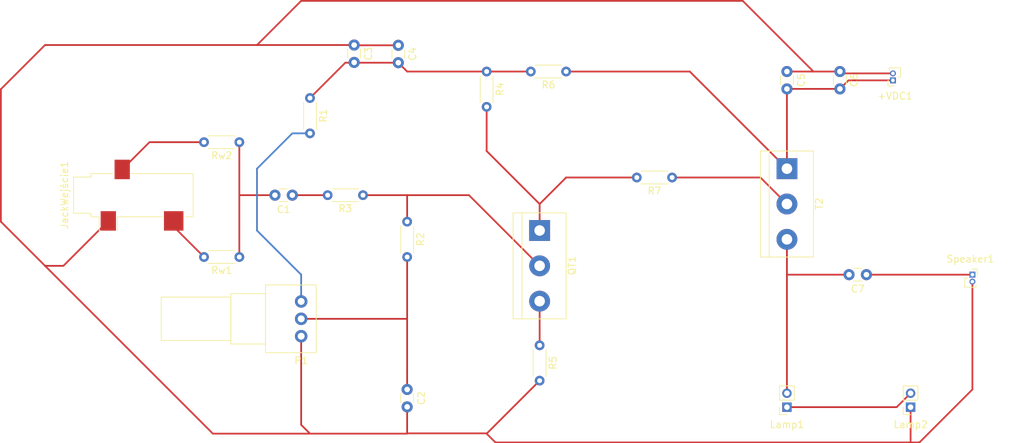
<source format=kicad_pcb>
(kicad_pcb (version 20171130) (host pcbnew "(5.1.12)-1")

  (general
    (thickness 1.6)
    (drawings 0)
    (tracks 82)
    (zones 0)
    (modules 24)
    (nets 17)
  )

  (page A4)
  (layers
    (0 F.Cu signal)
    (31 B.Cu signal)
    (32 B.Adhes user)
    (33 F.Adhes user)
    (34 B.Paste user)
    (35 F.Paste user)
    (36 B.SilkS user)
    (37 F.SilkS user)
    (38 B.Mask user)
    (39 F.Mask user)
    (40 Dwgs.User user)
    (41 Cmts.User user)
    (42 Eco1.User user)
    (43 Eco2.User user)
    (44 Edge.Cuts user)
    (45 Margin user)
    (46 B.CrtYd user)
    (47 F.CrtYd user)
    (48 B.Fab user)
    (49 F.Fab user)
  )

  (setup
    (last_trace_width 0.25)
    (trace_clearance 0.2)
    (zone_clearance 0.508)
    (zone_45_only no)
    (trace_min 0.2)
    (via_size 0.8)
    (via_drill 0.4)
    (via_min_size 0.4)
    (via_min_drill 0.3)
    (uvia_size 0.3)
    (uvia_drill 0.1)
    (uvias_allowed no)
    (uvia_min_size 0.2)
    (uvia_min_drill 0.1)
    (edge_width 0.05)
    (segment_width 0.2)
    (pcb_text_width 0.3)
    (pcb_text_size 1.5 1.5)
    (mod_edge_width 0.12)
    (mod_text_size 1 1)
    (mod_text_width 0.15)
    (pad_size 1.524 1.524)
    (pad_drill 0.762)
    (pad_to_mask_clearance 0)
    (aux_axis_origin 0 0)
    (visible_elements 7FFFFFFF)
    (pcbplotparams
      (layerselection 0x010fc_ffffffff)
      (usegerberextensions false)
      (usegerberattributes true)
      (usegerberadvancedattributes true)
      (creategerberjobfile true)
      (excludeedgelayer true)
      (linewidth 0.100000)
      (plotframeref false)
      (viasonmask false)
      (mode 1)
      (useauxorigin false)
      (hpglpennumber 1)
      (hpglpenspeed 20)
      (hpglpendiameter 15.000000)
      (psnegative false)
      (psa4output false)
      (plotreference true)
      (plotvalue true)
      (plotinvisibletext false)
      (padsonsilk false)
      (subtractmaskfromsilk false)
      (outputformat 1)
      (mirror false)
      (drillshape 1)
      (scaleselection 1)
      (outputdirectory ""))
  )

  (net 0 "")
  (net 1 "Net-(C1-Pad2)")
  (net 2 "Net-(C1-Pad1)")
  (net 3 GND)
  (net 4 "Net-(C2-Pad1)")
  (net 5 "Net-(C3-Pad2)")
  (net 6 "Net-(C7-Pad2)")
  (net 7 "Net-(C7-Pad1)")
  (net 8 "Net-(JackWejście1-PadT)")
  (net 9 "Net-(JackWejście1-PadR)")
  (net 10 "Net-(Lamp1-Pad1)")
  (net 11 "Net-(P1-Pad1)")
  (net 12 "Net-(QT1-Pad1)")
  (net 13 "Net-(QT1-Pad2)")
  (net 14 "Net-(QT1-Pad3)")
  (net 15 "Net-(R7-Pad1)")
  (net 16 "Net-(+VDC1-Pad1)")

  (net_class Default "This is the default net class."
    (clearance 0.2)
    (trace_width 0.25)
    (via_dia 0.8)
    (via_drill 0.4)
    (uvia_dia 0.3)
    (uvia_drill 0.1)
    (add_net GND)
    (add_net "Net-(+VDC1-Pad1)")
    (add_net "Net-(C1-Pad1)")
    (add_net "Net-(C1-Pad2)")
    (add_net "Net-(C2-Pad1)")
    (add_net "Net-(C3-Pad2)")
    (add_net "Net-(C7-Pad1)")
    (add_net "Net-(C7-Pad2)")
    (add_net "Net-(JackWejście1-PadR)")
    (add_net "Net-(JackWejście1-PadT)")
    (add_net "Net-(Lamp1-Pad1)")
    (add_net "Net-(P1-Pad1)")
    (add_net "Net-(QT1-Pad1)")
    (add_net "Net-(QT1-Pad2)")
    (add_net "Net-(QT1-Pad3)")
    (add_net "Net-(R7-Pad1)")
  )

  (module Potentiometer_THT:Potentiometer_Alps_RK097_Single_Horizontal (layer F.Cu) (tedit 5A3D4993) (tstamp 61AD340A)
    (at 82.55 100.37 180)
    (descr "Potentiometer, horizontal, Alps RK097 Single, http://www.alps.com/prod/info/E/HTML/Potentiometer/RotaryPotentiometers/RK097/RK097_list.html")
    (tags "Potentiometer horizontal Alps RK097 Single")
    (path /61AD0C97)
    (fp_text reference P1 (at 0 -8.5) (layer F.SilkS)
      (effects (font (size 1 1) (thickness 0.15)))
    )
    (fp_text value 1K (at 0 3.5) (layer F.Fab)
      (effects (font (size 1 1) (thickness 0.15)))
    )
    (fp_text user %R (at 1.475 -2.5) (layer F.Fab)
      (effects (font (size 1 1) (thickness 0.15)))
    )
    (fp_line (start -2.05 -7.25) (end -2.05 2.25) (layer F.Fab) (width 0.1))
    (fp_line (start -2.05 2.25) (end 5 2.25) (layer F.Fab) (width 0.1))
    (fp_line (start 5 2.25) (end 5 -7.25) (layer F.Fab) (width 0.1))
    (fp_line (start 5 -7.25) (end -2.05 -7.25) (layer F.Fab) (width 0.1))
    (fp_line (start 5 -6) (end 5 1) (layer F.Fab) (width 0.1))
    (fp_line (start 5 1) (end 10 1) (layer F.Fab) (width 0.1))
    (fp_line (start 10 1) (end 10 -6) (layer F.Fab) (width 0.1))
    (fp_line (start 10 -6) (end 5 -6) (layer F.Fab) (width 0.1))
    (fp_line (start 10 -5.5) (end 10 0.5) (layer F.Fab) (width 0.1))
    (fp_line (start 10 0.5) (end 20 0.5) (layer F.Fab) (width 0.1))
    (fp_line (start 20 0.5) (end 20 -5.5) (layer F.Fab) (width 0.1))
    (fp_line (start 20 -5.5) (end 10 -5.5) (layer F.Fab) (width 0.1))
    (fp_line (start -2.17 -7.37) (end 5.12 -7.37) (layer F.SilkS) (width 0.12))
    (fp_line (start -2.17 2.37) (end 5.12 2.37) (layer F.SilkS) (width 0.12))
    (fp_line (start -2.17 -7.37) (end -2.17 2.37) (layer F.SilkS) (width 0.12))
    (fp_line (start 5.12 -7.37) (end 5.12 2.37) (layer F.SilkS) (width 0.12))
    (fp_line (start 5.12 -6.12) (end 10.12 -6.12) (layer F.SilkS) (width 0.12))
    (fp_line (start 5.12 1.12) (end 10.12 1.12) (layer F.SilkS) (width 0.12))
    (fp_line (start 5.12 -6.12) (end 5.12 1.12) (layer F.SilkS) (width 0.12))
    (fp_line (start 10.12 -6.12) (end 10.12 1.12) (layer F.SilkS) (width 0.12))
    (fp_line (start 10.12 -5.62) (end 20.12 -5.62) (layer F.SilkS) (width 0.12))
    (fp_line (start 10.12 0.62) (end 20.12 0.62) (layer F.SilkS) (width 0.12))
    (fp_line (start 10.12 -5.62) (end 10.12 0.62) (layer F.SilkS) (width 0.12))
    (fp_line (start 20.12 -5.62) (end 20.12 0.62) (layer F.SilkS) (width 0.12))
    (fp_line (start -2.3 -7.5) (end -2.3 2.5) (layer F.CrtYd) (width 0.05))
    (fp_line (start -2.3 2.5) (end 20.25 2.5) (layer F.CrtYd) (width 0.05))
    (fp_line (start 20.25 2.5) (end 20.25 -7.5) (layer F.CrtYd) (width 0.05))
    (fp_line (start 20.25 -7.5) (end -2.3 -7.5) (layer F.CrtYd) (width 0.05))
    (pad 1 thru_hole circle (at 0 0 180) (size 1.8 1.8) (drill 1) (layers *.Cu *.Mask)
      (net 11 "Net-(P1-Pad1)"))
    (pad 2 thru_hole circle (at 0 -2.5 180) (size 1.8 1.8) (drill 1) (layers *.Cu *.Mask)
      (net 4 "Net-(C2-Pad1)"))
    (pad 3 thru_hole circle (at 0 -5 180) (size 1.8 1.8) (drill 1) (layers *.Cu *.Mask)
      (net 3 GND))
    (model ${KISYS3DMOD}/Potentiometer_THT.3dshapes/Potentiometer_Alps_RK097_Single_Horizontal.wrl
      (at (xyz 0 0 0))
      (scale (xyz 1 1 1))
      (rotate (xyz 0 0 0))
    )
  )

  (module Connector_PinSocket_2.00mm:PinSocket_1x02_P2.00mm_Vertical (layer F.Cu) (tedit 5A19A42F) (tstamp 61AD33E4)
    (at 170.18 115.57 180)
    (descr "Through hole straight socket strip, 1x02, 2.00mm pitch, single row (from Kicad 4.0.7), script generated")
    (tags "Through hole socket strip THT 1x02 2.00mm single row")
    (path /61AF5EA6)
    (fp_text reference Lamp2 (at 0 -2.5) (layer F.SilkS)
      (effects (font (size 1 1) (thickness 0.15)))
    )
    (fp_text value "12V 21W" (at 0 4.5) (layer F.Fab)
      (effects (font (size 1 1) (thickness 0.15)))
    )
    (fp_line (start -1.5 3.5) (end -1.5 -1.5) (layer F.CrtYd) (width 0.05))
    (fp_line (start 1.5 3.5) (end -1.5 3.5) (layer F.CrtYd) (width 0.05))
    (fp_line (start 1.5 -1.5) (end 1.5 3.5) (layer F.CrtYd) (width 0.05))
    (fp_line (start -1.5 -1.5) (end 1.5 -1.5) (layer F.CrtYd) (width 0.05))
    (fp_line (start 0 -1.06) (end 1.06 -1.06) (layer F.SilkS) (width 0.12))
    (fp_line (start 1.06 -1.06) (end 1.06 0) (layer F.SilkS) (width 0.12))
    (fp_line (start 1.06 1) (end 1.06 3.06) (layer F.SilkS) (width 0.12))
    (fp_line (start -1.06 3.06) (end 1.06 3.06) (layer F.SilkS) (width 0.12))
    (fp_line (start -1.06 1) (end -1.06 3.06) (layer F.SilkS) (width 0.12))
    (fp_line (start -1.06 1) (end 1.06 1) (layer F.SilkS) (width 0.12))
    (fp_line (start -1 3) (end -1 -1) (layer F.Fab) (width 0.1))
    (fp_line (start 1 3) (end -1 3) (layer F.Fab) (width 0.1))
    (fp_line (start 1 -0.5) (end 1 3) (layer F.Fab) (width 0.1))
    (fp_line (start 0.5 -1) (end 1 -0.5) (layer F.Fab) (width 0.1))
    (fp_line (start -1 -1) (end 0.5 -1) (layer F.Fab) (width 0.1))
    (fp_text user %R (at 0 1 90) (layer F.Fab)
      (effects (font (size 1 1) (thickness 0.15)))
    )
    (pad 2 thru_hole oval (at 0 2 180) (size 1.35 1.35) (drill 0.8) (layers *.Cu *.Mask)
      (net 10 "Net-(Lamp1-Pad1)"))
    (pad 1 thru_hole rect (at 0 0 180) (size 1.35 1.35) (drill 0.8) (layers *.Cu *.Mask)
      (net 3 GND))
    (model ${KISYS3DMOD}/Connector_PinSocket_2.00mm.3dshapes/PinSocket_1x02_P2.00mm_Vertical.wrl
      (at (xyz 0 0 0))
      (scale (xyz 1 1 1))
      (rotate (xyz 0 0 0))
    )
  )

  (module Resistor_THT:R_Axial_DIN0204_L3.6mm_D1.6mm_P5.08mm_Horizontal (layer F.Cu) (tedit 5AE5139B) (tstamp 61AD3441)
    (at 83.82 71.12 270)
    (descr "Resistor, Axial_DIN0204 series, Axial, Horizontal, pin pitch=5.08mm, 0.167W, length*diameter=3.6*1.6mm^2, http://cdn-reichelt.de/documents/datenblatt/B400/1_4W%23YAG.pdf")
    (tags "Resistor Axial_DIN0204 series Axial Horizontal pin pitch 5.08mm 0.167W length 3.6mm diameter 1.6mm")
    (path /61AD043A)
    (fp_text reference R1 (at 2.54 -1.92 90) (layer F.SilkS)
      (effects (font (size 1 1) (thickness 0.15)))
    )
    (fp_text value 2.2K (at 2.54 1.92 90) (layer F.Fab)
      (effects (font (size 1 1) (thickness 0.15)))
    )
    (fp_line (start 6.03 -1.05) (end -0.95 -1.05) (layer F.CrtYd) (width 0.05))
    (fp_line (start 6.03 1.05) (end 6.03 -1.05) (layer F.CrtYd) (width 0.05))
    (fp_line (start -0.95 1.05) (end 6.03 1.05) (layer F.CrtYd) (width 0.05))
    (fp_line (start -0.95 -1.05) (end -0.95 1.05) (layer F.CrtYd) (width 0.05))
    (fp_line (start 0.62 0.92) (end 4.46 0.92) (layer F.SilkS) (width 0.12))
    (fp_line (start 0.62 -0.92) (end 4.46 -0.92) (layer F.SilkS) (width 0.12))
    (fp_line (start 5.08 0) (end 4.34 0) (layer F.Fab) (width 0.1))
    (fp_line (start 0 0) (end 0.74 0) (layer F.Fab) (width 0.1))
    (fp_line (start 4.34 -0.8) (end 0.74 -0.8) (layer F.Fab) (width 0.1))
    (fp_line (start 4.34 0.8) (end 4.34 -0.8) (layer F.Fab) (width 0.1))
    (fp_line (start 0.74 0.8) (end 4.34 0.8) (layer F.Fab) (width 0.1))
    (fp_line (start 0.74 -0.8) (end 0.74 0.8) (layer F.Fab) (width 0.1))
    (fp_text user %R (at 2.54 0 90) (layer F.Fab)
      (effects (font (size 0.72 0.72) (thickness 0.108)))
    )
    (pad 2 thru_hole oval (at 5.08 0 270) (size 1.4 1.4) (drill 0.7) (layers *.Cu *.Mask)
      (net 11 "Net-(P1-Pad1)"))
    (pad 1 thru_hole circle (at 0 0 270) (size 1.4 1.4) (drill 0.7) (layers *.Cu *.Mask)
      (net 5 "Net-(C3-Pad2)"))
    (model ${KISYS3DMOD}/Resistor_THT.3dshapes/R_Axial_DIN0204_L3.6mm_D1.6mm_P5.08mm_Horizontal.wrl
      (at (xyz 0 0 0))
      (scale (xyz 1 1 1))
      (rotate (xyz 0 0 0))
    )
  )

  (module Connector_PinSocket_1.00mm:PinSocket_1x02_P1.00mm_Vertical (layer F.Cu) (tedit 5A19A428) (tstamp 61AD3528)
    (at 167.64 68.58 180)
    (descr "Through hole straight socket strip, 1x02, 1.00mm pitch, single row (https://gct.co/files/drawings/bc065.pdf), script generated")
    (tags "Through hole socket strip THT 1x02 1.00mm single row")
    (path /61AF3184)
    (fp_text reference +VDC1 (at -0.29 -2.25) (layer F.SilkS)
      (effects (font (size 1 1) (thickness 0.15)))
    )
    (fp_text value Conn_01x02_Female (at -0.29 3.25) (layer F.Fab)
      (effects (font (size 1 1) (thickness 0.15)))
    )
    (fp_line (start -1.54 2.25) (end -1.54 -1.25) (layer F.CrtYd) (width 0.05))
    (fp_line (start 0.96 2.25) (end -1.54 2.25) (layer F.CrtYd) (width 0.05))
    (fp_line (start 0.96 -1.25) (end 0.96 2.25) (layer F.CrtYd) (width 0.05))
    (fp_line (start -1.54 -1.25) (end 0.96 -1.25) (layer F.CrtYd) (width 0.05))
    (fp_line (start 0 -0.81) (end 0.685 -0.81) (layer F.SilkS) (width 0.12))
    (fp_line (start 0.685 -0.81) (end 0.685 0) (layer F.SilkS) (width 0.12))
    (fp_line (start 0.52 1.445898) (end 0.52 1.81) (layer F.SilkS) (width 0.12))
    (fp_line (start -1.1 1.81) (end 0.52 1.81) (layer F.SilkS) (width 0.12))
    (fp_line (start -1.1 0.5) (end -1.1 1.81) (layer F.SilkS) (width 0.12))
    (fp_line (start -1.1 0.5) (end -0.685 0.5) (layer F.SilkS) (width 0.12))
    (fp_line (start -1.04 1.75) (end -1.04 -0.75) (layer F.Fab) (width 0.1))
    (fp_line (start 0.46 1.75) (end -1.04 1.75) (layer F.Fab) (width 0.1))
    (fp_line (start 0.46 -0.375) (end 0.46 1.75) (layer F.Fab) (width 0.1))
    (fp_line (start 0.085 -0.75) (end 0.46 -0.375) (layer F.Fab) (width 0.1))
    (fp_line (start -1.04 -0.75) (end 0.085 -0.75) (layer F.Fab) (width 0.1))
    (fp_text user %R (at -0.29 0.5 90) (layer F.Fab)
      (effects (font (size 0.9 0.9) (thickness 0.14)))
    )
    (pad 2 thru_hole oval (at 0 1 180) (size 0.85 0.85) (drill 0.5) (layers *.Cu *.Mask)
      (net 3 GND))
    (pad 1 thru_hole rect (at 0 0 180) (size 0.85 0.85) (drill 0.5) (layers *.Cu *.Mask)
      (net 16 "Net-(+VDC1-Pad1)"))
    (model ${KISYS3DMOD}/Connector_PinSocket_1.00mm.3dshapes/PinSocket_1x02_P1.00mm_Vertical.wrl
      (at (xyz 0 0 0))
      (scale (xyz 1 1 1))
      (rotate (xyz 0 0 0))
    )
  )

  (module TerminalBlock:TerminalBlock_bornier-3_P5.08mm (layer F.Cu) (tedit 59FF03B9) (tstamp 61AD3512)
    (at 152.4 81.28 270)
    (descr "simple 3-pin terminal block, pitch 5.08mm, revamped version of bornier3")
    (tags "terminal block bornier3")
    (path /61AE8DF6)
    (fp_text reference T2 (at 5.05 -4.65 90) (layer F.SilkS)
      (effects (font (size 1 1) (thickness 0.15)))
    )
    (fp_text value IRFZ44 (at 5.08 5.08 90) (layer F.Fab)
      (effects (font (size 1 1) (thickness 0.15)))
    )
    (fp_line (start 12.88 4) (end -2.72 4) (layer F.CrtYd) (width 0.05))
    (fp_line (start 12.88 4) (end 12.88 -4) (layer F.CrtYd) (width 0.05))
    (fp_line (start -2.72 -4) (end -2.72 4) (layer F.CrtYd) (width 0.05))
    (fp_line (start -2.72 -4) (end 12.88 -4) (layer F.CrtYd) (width 0.05))
    (fp_line (start -2.54 3.81) (end 12.7 3.81) (layer F.SilkS) (width 0.12))
    (fp_line (start -2.54 -3.81) (end 12.7 -3.81) (layer F.SilkS) (width 0.12))
    (fp_line (start -2.54 2.54) (end 12.7 2.54) (layer F.SilkS) (width 0.12))
    (fp_line (start 12.7 3.81) (end 12.7 -3.81) (layer F.SilkS) (width 0.12))
    (fp_line (start -2.54 3.81) (end -2.54 -3.81) (layer F.SilkS) (width 0.12))
    (fp_line (start -2.47 3.75) (end -2.47 -3.75) (layer F.Fab) (width 0.1))
    (fp_line (start 12.63 3.75) (end -2.47 3.75) (layer F.Fab) (width 0.1))
    (fp_line (start 12.63 -3.75) (end 12.63 3.75) (layer F.Fab) (width 0.1))
    (fp_line (start -2.47 -3.75) (end 12.63 -3.75) (layer F.Fab) (width 0.1))
    (fp_line (start -2.47 2.55) (end 12.63 2.55) (layer F.Fab) (width 0.1))
    (fp_text user %R (at 5.08 0 90) (layer F.Fab)
      (effects (font (size 1 1) (thickness 0.15)))
    )
    (pad 3 thru_hole circle (at 10.16 0 270) (size 3 3) (drill 1.52) (layers *.Cu *.Mask)
      (net 6 "Net-(C7-Pad2)"))
    (pad 2 thru_hole circle (at 5.08 0 270) (size 3 3) (drill 1.52) (layers *.Cu *.Mask)
      (net 15 "Net-(R7-Pad1)"))
    (pad 1 thru_hole rect (at 0 0 270) (size 3 3) (drill 1.52) (layers *.Cu *.Mask)
      (net 16 "Net-(+VDC1-Pad1)"))
    (model ${KISYS3DMOD}/TerminalBlock.3dshapes/TerminalBlock_bornier-3_P5.08mm.wrl
      (offset (xyz 5.079999923706055 0 0))
      (scale (xyz 1 1 1))
      (rotate (xyz 0 0 0))
    )
  )

  (module Connector_PinSocket_2.00mm:PinSocket_1x02_P2.00mm_Vertical (layer F.Cu) (tedit 5A19A42F) (tstamp 61AD33D1)
    (at 152.4 115.57 180)
    (descr "Through hole straight socket strip, 1x02, 2.00mm pitch, single row (from Kicad 4.0.7), script generated")
    (tags "Through hole socket strip THT 1x02 2.00mm single row")
    (path /61AF55E1)
    (fp_text reference Lamp1 (at 0 -2.5) (layer F.SilkS)
      (effects (font (size 1 1) (thickness 0.15)))
    )
    (fp_text value "12V 21W" (at 0 4.5) (layer F.Fab)
      (effects (font (size 1 1) (thickness 0.15)))
    )
    (fp_line (start -1.5 3.5) (end -1.5 -1.5) (layer F.CrtYd) (width 0.05))
    (fp_line (start 1.5 3.5) (end -1.5 3.5) (layer F.CrtYd) (width 0.05))
    (fp_line (start 1.5 -1.5) (end 1.5 3.5) (layer F.CrtYd) (width 0.05))
    (fp_line (start -1.5 -1.5) (end 1.5 -1.5) (layer F.CrtYd) (width 0.05))
    (fp_line (start 0 -1.06) (end 1.06 -1.06) (layer F.SilkS) (width 0.12))
    (fp_line (start 1.06 -1.06) (end 1.06 0) (layer F.SilkS) (width 0.12))
    (fp_line (start 1.06 1) (end 1.06 3.06) (layer F.SilkS) (width 0.12))
    (fp_line (start -1.06 3.06) (end 1.06 3.06) (layer F.SilkS) (width 0.12))
    (fp_line (start -1.06 1) (end -1.06 3.06) (layer F.SilkS) (width 0.12))
    (fp_line (start -1.06 1) (end 1.06 1) (layer F.SilkS) (width 0.12))
    (fp_line (start -1 3) (end -1 -1) (layer F.Fab) (width 0.1))
    (fp_line (start 1 3) (end -1 3) (layer F.Fab) (width 0.1))
    (fp_line (start 1 -0.5) (end 1 3) (layer F.Fab) (width 0.1))
    (fp_line (start 0.5 -1) (end 1 -0.5) (layer F.Fab) (width 0.1))
    (fp_line (start -1 -1) (end 0.5 -1) (layer F.Fab) (width 0.1))
    (fp_text user %R (at 0 1 90) (layer F.Fab)
      (effects (font (size 1 1) (thickness 0.15)))
    )
    (pad 2 thru_hole oval (at 0 2 180) (size 1.35 1.35) (drill 0.8) (layers *.Cu *.Mask)
      (net 6 "Net-(C7-Pad2)"))
    (pad 1 thru_hole rect (at 0 0 180) (size 1.35 1.35) (drill 0.8) (layers *.Cu *.Mask)
      (net 10 "Net-(Lamp1-Pad1)"))
    (model ${KISYS3DMOD}/Connector_PinSocket_2.00mm.3dshapes/PinSocket_1x02_P2.00mm_Vertical.wrl
      (at (xyz 0 0 0))
      (scale (xyz 1 1 1))
      (rotate (xyz 0 0 0))
    )
  )

  (module TerminalBlock:TerminalBlock_bornier-3_P5.08mm (layer F.Cu) (tedit 59FF03B9) (tstamp 61AD342E)
    (at 116.84 90.17 270)
    (descr "simple 3-pin terminal block, pitch 5.08mm, revamped version of bornier3")
    (tags "terminal block bornier3")
    (path /61AD266E)
    (fp_text reference QT1 (at 5.05 -4.65 90) (layer F.SilkS)
      (effects (font (size 1 1) (thickness 0.15)))
    )
    (fp_text value BC550C (at 5.08 5.08 90) (layer F.Fab)
      (effects (font (size 1 1) (thickness 0.15)))
    )
    (fp_line (start 12.88 4) (end -2.72 4) (layer F.CrtYd) (width 0.05))
    (fp_line (start 12.88 4) (end 12.88 -4) (layer F.CrtYd) (width 0.05))
    (fp_line (start -2.72 -4) (end -2.72 4) (layer F.CrtYd) (width 0.05))
    (fp_line (start -2.72 -4) (end 12.88 -4) (layer F.CrtYd) (width 0.05))
    (fp_line (start -2.54 3.81) (end 12.7 3.81) (layer F.SilkS) (width 0.12))
    (fp_line (start -2.54 -3.81) (end 12.7 -3.81) (layer F.SilkS) (width 0.12))
    (fp_line (start -2.54 2.54) (end 12.7 2.54) (layer F.SilkS) (width 0.12))
    (fp_line (start 12.7 3.81) (end 12.7 -3.81) (layer F.SilkS) (width 0.12))
    (fp_line (start -2.54 3.81) (end -2.54 -3.81) (layer F.SilkS) (width 0.12))
    (fp_line (start -2.47 3.75) (end -2.47 -3.75) (layer F.Fab) (width 0.1))
    (fp_line (start 12.63 3.75) (end -2.47 3.75) (layer F.Fab) (width 0.1))
    (fp_line (start 12.63 -3.75) (end 12.63 3.75) (layer F.Fab) (width 0.1))
    (fp_line (start -2.47 -3.75) (end 12.63 -3.75) (layer F.Fab) (width 0.1))
    (fp_line (start -2.47 2.55) (end 12.63 2.55) (layer F.Fab) (width 0.1))
    (fp_text user %R (at 5.08 0 90) (layer F.Fab)
      (effects (font (size 1 1) (thickness 0.15)))
    )
    (pad 3 thru_hole circle (at 10.16 0 270) (size 3 3) (drill 1.52) (layers *.Cu *.Mask)
      (net 14 "Net-(QT1-Pad3)"))
    (pad 2 thru_hole circle (at 5.08 0 270) (size 3 3) (drill 1.52) (layers *.Cu *.Mask)
      (net 13 "Net-(QT1-Pad2)"))
    (pad 1 thru_hole rect (at 0 0 270) (size 3 3) (drill 1.52) (layers *.Cu *.Mask)
      (net 12 "Net-(QT1-Pad1)"))
    (model ${KISYS3DMOD}/TerminalBlock.3dshapes/TerminalBlock_bornier-3_P5.08mm.wrl
      (offset (xyz 5.079999923706055 0 0))
      (scale (xyz 1 1 1))
      (rotate (xyz 0 0 0))
    )
  )

  (module Resistor_THT:R_Axial_DIN0204_L3.6mm_D1.6mm_P5.08mm_Horizontal (layer F.Cu) (tedit 5AE5139B) (tstamp 61AD347A)
    (at 109.22 67.31 270)
    (descr "Resistor, Axial_DIN0204 series, Axial, Horizontal, pin pitch=5.08mm, 0.167W, length*diameter=3.6*1.6mm^2, http://cdn-reichelt.de/documents/datenblatt/B400/1_4W%23YAG.pdf")
    (tags "Resistor Axial_DIN0204 series Axial Horizontal pin pitch 5.08mm 0.167W length 3.6mm diameter 1.6mm")
    (path /61AD35BD)
    (fp_text reference R4 (at 2.54 -1.92 90) (layer F.SilkS)
      (effects (font (size 1 1) (thickness 0.15)))
    )
    (fp_text value 2.2K (at 2.54 1.92 90) (layer F.Fab)
      (effects (font (size 1 1) (thickness 0.15)))
    )
    (fp_line (start 6.03 -1.05) (end -0.95 -1.05) (layer F.CrtYd) (width 0.05))
    (fp_line (start 6.03 1.05) (end 6.03 -1.05) (layer F.CrtYd) (width 0.05))
    (fp_line (start -0.95 1.05) (end 6.03 1.05) (layer F.CrtYd) (width 0.05))
    (fp_line (start -0.95 -1.05) (end -0.95 1.05) (layer F.CrtYd) (width 0.05))
    (fp_line (start 0.62 0.92) (end 4.46 0.92) (layer F.SilkS) (width 0.12))
    (fp_line (start 0.62 -0.92) (end 4.46 -0.92) (layer F.SilkS) (width 0.12))
    (fp_line (start 5.08 0) (end 4.34 0) (layer F.Fab) (width 0.1))
    (fp_line (start 0 0) (end 0.74 0) (layer F.Fab) (width 0.1))
    (fp_line (start 4.34 -0.8) (end 0.74 -0.8) (layer F.Fab) (width 0.1))
    (fp_line (start 4.34 0.8) (end 4.34 -0.8) (layer F.Fab) (width 0.1))
    (fp_line (start 0.74 0.8) (end 4.34 0.8) (layer F.Fab) (width 0.1))
    (fp_line (start 0.74 -0.8) (end 0.74 0.8) (layer F.Fab) (width 0.1))
    (fp_text user %R (at 2.54 0 90) (layer F.Fab)
      (effects (font (size 0.72 0.72) (thickness 0.108)))
    )
    (pad 2 thru_hole oval (at 5.08 0 270) (size 1.4 1.4) (drill 0.7) (layers *.Cu *.Mask)
      (net 12 "Net-(QT1-Pad1)"))
    (pad 1 thru_hole circle (at 0 0 270) (size 1.4 1.4) (drill 0.7) (layers *.Cu *.Mask)
      (net 5 "Net-(C3-Pad2)"))
    (model ${KISYS3DMOD}/Resistor_THT.3dshapes/R_Axial_DIN0204_L3.6mm_D1.6mm_P5.08mm_Horizontal.wrl
      (at (xyz 0 0 0))
      (scale (xyz 1 1 1))
      (rotate (xyz 0 0 0))
    )
  )

  (module Connector_PinSocket_1.00mm:PinSocket_1x02_P1.00mm_Vertical (layer F.Cu) (tedit 5A19A428) (tstamp 61AD34EF)
    (at 179.07 96.52)
    (descr "Through hole straight socket strip, 1x02, 1.00mm pitch, single row (https://gct.co/files/drawings/bc065.pdf), script generated")
    (tags "Through hole socket strip THT 1x02 1.00mm single row")
    (path /61AF0566)
    (fp_text reference Speaker1 (at -0.29 -2.25) (layer F.SilkS)
      (effects (font (size 1 1) (thickness 0.15)))
    )
    (fp_text value Conn_01x02_Female (at -0.29 3.25) (layer F.Fab)
      (effects (font (size 1 1) (thickness 0.15)))
    )
    (fp_line (start -1.54 2.25) (end -1.54 -1.25) (layer F.CrtYd) (width 0.05))
    (fp_line (start 0.96 2.25) (end -1.54 2.25) (layer F.CrtYd) (width 0.05))
    (fp_line (start 0.96 -1.25) (end 0.96 2.25) (layer F.CrtYd) (width 0.05))
    (fp_line (start -1.54 -1.25) (end 0.96 -1.25) (layer F.CrtYd) (width 0.05))
    (fp_line (start 0 -0.81) (end 0.685 -0.81) (layer F.SilkS) (width 0.12))
    (fp_line (start 0.685 -0.81) (end 0.685 0) (layer F.SilkS) (width 0.12))
    (fp_line (start 0.52 1.445898) (end 0.52 1.81) (layer F.SilkS) (width 0.12))
    (fp_line (start -1.1 1.81) (end 0.52 1.81) (layer F.SilkS) (width 0.12))
    (fp_line (start -1.1 0.5) (end -1.1 1.81) (layer F.SilkS) (width 0.12))
    (fp_line (start -1.1 0.5) (end -0.685 0.5) (layer F.SilkS) (width 0.12))
    (fp_line (start -1.04 1.75) (end -1.04 -0.75) (layer F.Fab) (width 0.1))
    (fp_line (start 0.46 1.75) (end -1.04 1.75) (layer F.Fab) (width 0.1))
    (fp_line (start 0.46 -0.375) (end 0.46 1.75) (layer F.Fab) (width 0.1))
    (fp_line (start 0.085 -0.75) (end 0.46 -0.375) (layer F.Fab) (width 0.1))
    (fp_line (start -1.04 -0.75) (end 0.085 -0.75) (layer F.Fab) (width 0.1))
    (fp_text user %R (at -0.29 0.5 90) (layer F.Fab)
      (effects (font (size 0.9 0.9) (thickness 0.14)))
    )
    (pad 2 thru_hole oval (at 0 1) (size 0.85 0.85) (drill 0.5) (layers *.Cu *.Mask)
      (net 3 GND))
    (pad 1 thru_hole rect (at 0 0) (size 0.85 0.85) (drill 0.5) (layers *.Cu *.Mask)
      (net 7 "Net-(C7-Pad1)"))
    (model ${KISYS3DMOD}/Connector_PinSocket_1.00mm.3dshapes/PinSocket_1x02_P1.00mm_Vertical.wrl
      (at (xyz 0 0 0))
      (scale (xyz 1 1 1))
      (rotate (xyz 0 0 0))
    )
  )

  (module Capacitor_THT:C_Disc_D3.0mm_W1.6mm_P2.50mm (layer F.Cu) (tedit 5AE50EF0) (tstamp 61AD339B)
    (at 163.83 96.52 180)
    (descr "C, Disc series, Radial, pin pitch=2.50mm, , diameter*width=3.0*1.6mm^2, Capacitor, http://www.vishay.com/docs/45233/krseries.pdf")
    (tags "C Disc series Radial pin pitch 2.50mm  diameter 3.0mm width 1.6mm Capacitor")
    (path /61AED0C6)
    (fp_text reference C7 (at 1.25 -2.05) (layer F.SilkS)
      (effects (font (size 1 1) (thickness 0.15)))
    )
    (fp_text value 4700u (at 1.25 2.05) (layer F.Fab)
      (effects (font (size 1 1) (thickness 0.15)))
    )
    (fp_line (start 3.55 -1.05) (end -1.05 -1.05) (layer F.CrtYd) (width 0.05))
    (fp_line (start 3.55 1.05) (end 3.55 -1.05) (layer F.CrtYd) (width 0.05))
    (fp_line (start -1.05 1.05) (end 3.55 1.05) (layer F.CrtYd) (width 0.05))
    (fp_line (start -1.05 -1.05) (end -1.05 1.05) (layer F.CrtYd) (width 0.05))
    (fp_line (start 0.621 0.92) (end 1.879 0.92) (layer F.SilkS) (width 0.12))
    (fp_line (start 0.621 -0.92) (end 1.879 -0.92) (layer F.SilkS) (width 0.12))
    (fp_line (start 2.75 -0.8) (end -0.25 -0.8) (layer F.Fab) (width 0.1))
    (fp_line (start 2.75 0.8) (end 2.75 -0.8) (layer F.Fab) (width 0.1))
    (fp_line (start -0.25 0.8) (end 2.75 0.8) (layer F.Fab) (width 0.1))
    (fp_line (start -0.25 -0.8) (end -0.25 0.8) (layer F.Fab) (width 0.1))
    (fp_text user %R (at 1.25 0) (layer F.Fab)
      (effects (font (size 0.6 0.6) (thickness 0.09)))
    )
    (pad 2 thru_hole circle (at 2.5 0 180) (size 1.6 1.6) (drill 0.8) (layers *.Cu *.Mask)
      (net 6 "Net-(C7-Pad2)"))
    (pad 1 thru_hole circle (at 0 0 180) (size 1.6 1.6) (drill 0.8) (layers *.Cu *.Mask)
      (net 7 "Net-(C7-Pad1)"))
    (model ${KISYS3DMOD}/Capacitor_THT.3dshapes/C_Disc_D3.0mm_W1.6mm_P2.50mm.wrl
      (at (xyz 0 0 0))
      (scale (xyz 1 1 1))
      (rotate (xyz 0 0 0))
    )
  )

  (module Capacitor_THT:C_Disc_D3.0mm_W1.6mm_P2.50mm (layer F.Cu) (tedit 5AE50EF0) (tstamp 61AD338A)
    (at 160.02 67.31 270)
    (descr "C, Disc series, Radial, pin pitch=2.50mm, , diameter*width=3.0*1.6mm^2, Capacitor, http://www.vishay.com/docs/45233/krseries.pdf")
    (tags "C Disc series Radial pin pitch 2.50mm  diameter 3.0mm width 1.6mm Capacitor")
    (path /61AE5EDA)
    (fp_text reference C6 (at 1.25 -2.05 90) (layer F.SilkS)
      (effects (font (size 1 1) (thickness 0.15)))
    )
    (fp_text value 100n (at 1.25 2.05 90) (layer F.Fab)
      (effects (font (size 1 1) (thickness 0.15)))
    )
    (fp_line (start 3.55 -1.05) (end -1.05 -1.05) (layer F.CrtYd) (width 0.05))
    (fp_line (start 3.55 1.05) (end 3.55 -1.05) (layer F.CrtYd) (width 0.05))
    (fp_line (start -1.05 1.05) (end 3.55 1.05) (layer F.CrtYd) (width 0.05))
    (fp_line (start -1.05 -1.05) (end -1.05 1.05) (layer F.CrtYd) (width 0.05))
    (fp_line (start 0.621 0.92) (end 1.879 0.92) (layer F.SilkS) (width 0.12))
    (fp_line (start 0.621 -0.92) (end 1.879 -0.92) (layer F.SilkS) (width 0.12))
    (fp_line (start 2.75 -0.8) (end -0.25 -0.8) (layer F.Fab) (width 0.1))
    (fp_line (start 2.75 0.8) (end 2.75 -0.8) (layer F.Fab) (width 0.1))
    (fp_line (start -0.25 0.8) (end 2.75 0.8) (layer F.Fab) (width 0.1))
    (fp_line (start -0.25 -0.8) (end -0.25 0.8) (layer F.Fab) (width 0.1))
    (fp_text user %R (at 1.25 0 90) (layer F.Fab)
      (effects (font (size 0.6 0.6) (thickness 0.09)))
    )
    (pad 2 thru_hole circle (at 2.5 0 270) (size 1.6 1.6) (drill 0.8) (layers *.Cu *.Mask)
      (net 16 "Net-(+VDC1-Pad1)"))
    (pad 1 thru_hole circle (at 0 0 270) (size 1.6 1.6) (drill 0.8) (layers *.Cu *.Mask)
      (net 3 GND))
    (model ${KISYS3DMOD}/Capacitor_THT.3dshapes/C_Disc_D3.0mm_W1.6mm_P2.50mm.wrl
      (at (xyz 0 0 0))
      (scale (xyz 1 1 1))
      (rotate (xyz 0 0 0))
    )
  )

  (module Resistor_THT:R_Axial_DIN0204_L3.6mm_D1.6mm_P5.08mm_Horizontal (layer F.Cu) (tedit 5AE5139B) (tstamp 61AD34B3)
    (at 135.89 82.55 180)
    (descr "Resistor, Axial_DIN0204 series, Axial, Horizontal, pin pitch=5.08mm, 0.167W, length*diameter=3.6*1.6mm^2, http://cdn-reichelt.de/documents/datenblatt/B400/1_4W%23YAG.pdf")
    (tags "Resistor Axial_DIN0204 series Axial Horizontal pin pitch 5.08mm 0.167W length 3.6mm diameter 1.6mm")
    (path /61AD3C80)
    (fp_text reference R7 (at 2.54 -1.92) (layer F.SilkS)
      (effects (font (size 1 1) (thickness 0.15)))
    )
    (fp_text value 100 (at 2.54 1.92) (layer F.Fab)
      (effects (font (size 1 1) (thickness 0.15)))
    )
    (fp_line (start 6.03 -1.05) (end -0.95 -1.05) (layer F.CrtYd) (width 0.05))
    (fp_line (start 6.03 1.05) (end 6.03 -1.05) (layer F.CrtYd) (width 0.05))
    (fp_line (start -0.95 1.05) (end 6.03 1.05) (layer F.CrtYd) (width 0.05))
    (fp_line (start -0.95 -1.05) (end -0.95 1.05) (layer F.CrtYd) (width 0.05))
    (fp_line (start 0.62 0.92) (end 4.46 0.92) (layer F.SilkS) (width 0.12))
    (fp_line (start 0.62 -0.92) (end 4.46 -0.92) (layer F.SilkS) (width 0.12))
    (fp_line (start 5.08 0) (end 4.34 0) (layer F.Fab) (width 0.1))
    (fp_line (start 0 0) (end 0.74 0) (layer F.Fab) (width 0.1))
    (fp_line (start 4.34 -0.8) (end 0.74 -0.8) (layer F.Fab) (width 0.1))
    (fp_line (start 4.34 0.8) (end 4.34 -0.8) (layer F.Fab) (width 0.1))
    (fp_line (start 0.74 0.8) (end 4.34 0.8) (layer F.Fab) (width 0.1))
    (fp_line (start 0.74 -0.8) (end 0.74 0.8) (layer F.Fab) (width 0.1))
    (fp_text user %R (at 2.54 0) (layer F.Fab)
      (effects (font (size 0.72 0.72) (thickness 0.108)))
    )
    (pad 2 thru_hole oval (at 5.08 0 180) (size 1.4 1.4) (drill 0.7) (layers *.Cu *.Mask)
      (net 12 "Net-(QT1-Pad1)"))
    (pad 1 thru_hole circle (at 0 0 180) (size 1.4 1.4) (drill 0.7) (layers *.Cu *.Mask)
      (net 15 "Net-(R7-Pad1)"))
    (model ${KISYS3DMOD}/Resistor_THT.3dshapes/R_Axial_DIN0204_L3.6mm_D1.6mm_P5.08mm_Horizontal.wrl
      (at (xyz 0 0 0))
      (scale (xyz 1 1 1))
      (rotate (xyz 0 0 0))
    )
  )

  (module Capacitor_THT:C_Disc_D3.0mm_W1.6mm_P2.50mm (layer F.Cu) (tedit 5AE50EF0) (tstamp 61AD3346)
    (at 97.79 113.03 270)
    (descr "C, Disc series, Radial, pin pitch=2.50mm, , diameter*width=3.0*1.6mm^2, Capacitor, http://www.vishay.com/docs/45233/krseries.pdf")
    (tags "C Disc series Radial pin pitch 2.50mm  diameter 3.0mm width 1.6mm Capacitor")
    (path /61AD1794)
    (fp_text reference C2 (at 1.25 -2.05 90) (layer F.SilkS)
      (effects (font (size 1 1) (thickness 0.15)))
    )
    (fp_text value 100u (at 1.25 2.05 90) (layer F.Fab)
      (effects (font (size 1 1) (thickness 0.15)))
    )
    (fp_line (start 3.55 -1.05) (end -1.05 -1.05) (layer F.CrtYd) (width 0.05))
    (fp_line (start 3.55 1.05) (end 3.55 -1.05) (layer F.CrtYd) (width 0.05))
    (fp_line (start -1.05 1.05) (end 3.55 1.05) (layer F.CrtYd) (width 0.05))
    (fp_line (start -1.05 -1.05) (end -1.05 1.05) (layer F.CrtYd) (width 0.05))
    (fp_line (start 0.621 0.92) (end 1.879 0.92) (layer F.SilkS) (width 0.12))
    (fp_line (start 0.621 -0.92) (end 1.879 -0.92) (layer F.SilkS) (width 0.12))
    (fp_line (start 2.75 -0.8) (end -0.25 -0.8) (layer F.Fab) (width 0.1))
    (fp_line (start 2.75 0.8) (end 2.75 -0.8) (layer F.Fab) (width 0.1))
    (fp_line (start -0.25 0.8) (end 2.75 0.8) (layer F.Fab) (width 0.1))
    (fp_line (start -0.25 -0.8) (end -0.25 0.8) (layer F.Fab) (width 0.1))
    (fp_text user %R (at 1.25 0 90) (layer F.Fab)
      (effects (font (size 0.6 0.6) (thickness 0.09)))
    )
    (pad 2 thru_hole circle (at 2.5 0 270) (size 1.6 1.6) (drill 0.8) (layers *.Cu *.Mask)
      (net 3 GND))
    (pad 1 thru_hole circle (at 0 0 270) (size 1.6 1.6) (drill 0.8) (layers *.Cu *.Mask)
      (net 4 "Net-(C2-Pad1)"))
    (model ${KISYS3DMOD}/Capacitor_THT.3dshapes/C_Disc_D3.0mm_W1.6mm_P2.50mm.wrl
      (at (xyz 0 0 0))
      (scale (xyz 1 1 1))
      (rotate (xyz 0 0 0))
    )
  )

  (module Capacitor_THT:C_Disc_D3.0mm_W1.6mm_P2.50mm (layer F.Cu) (tedit 5AE50EF0) (tstamp 61AD3335)
    (at 81.28 85.09 180)
    (descr "C, Disc series, Radial, pin pitch=2.50mm, , diameter*width=3.0*1.6mm^2, Capacitor, http://www.vishay.com/docs/45233/krseries.pdf")
    (tags "C Disc series Radial pin pitch 2.50mm  diameter 3.0mm width 1.6mm Capacitor")
    (path /61ACED96)
    (fp_text reference C1 (at 1.25 -2.05) (layer F.SilkS)
      (effects (font (size 1 1) (thickness 0.15)))
    )
    (fp_text value 2.2u (at 1.25 2.05) (layer F.Fab)
      (effects (font (size 1 1) (thickness 0.15)))
    )
    (fp_line (start 3.55 -1.05) (end -1.05 -1.05) (layer F.CrtYd) (width 0.05))
    (fp_line (start 3.55 1.05) (end 3.55 -1.05) (layer F.CrtYd) (width 0.05))
    (fp_line (start -1.05 1.05) (end 3.55 1.05) (layer F.CrtYd) (width 0.05))
    (fp_line (start -1.05 -1.05) (end -1.05 1.05) (layer F.CrtYd) (width 0.05))
    (fp_line (start 0.621 0.92) (end 1.879 0.92) (layer F.SilkS) (width 0.12))
    (fp_line (start 0.621 -0.92) (end 1.879 -0.92) (layer F.SilkS) (width 0.12))
    (fp_line (start 2.75 -0.8) (end -0.25 -0.8) (layer F.Fab) (width 0.1))
    (fp_line (start 2.75 0.8) (end 2.75 -0.8) (layer F.Fab) (width 0.1))
    (fp_line (start -0.25 0.8) (end 2.75 0.8) (layer F.Fab) (width 0.1))
    (fp_line (start -0.25 -0.8) (end -0.25 0.8) (layer F.Fab) (width 0.1))
    (fp_text user %R (at 1.25 0) (layer F.Fab)
      (effects (font (size 0.6 0.6) (thickness 0.09)))
    )
    (pad 2 thru_hole circle (at 2.5 0 180) (size 1.6 1.6) (drill 0.8) (layers *.Cu *.Mask)
      (net 1 "Net-(C1-Pad2)"))
    (pad 1 thru_hole circle (at 0 0 180) (size 1.6 1.6) (drill 0.8) (layers *.Cu *.Mask)
      (net 2 "Net-(C1-Pad1)"))
    (model ${KISYS3DMOD}/Capacitor_THT.3dshapes/C_Disc_D3.0mm_W1.6mm_P2.50mm.wrl
      (at (xyz 0 0 0))
      (scale (xyz 1 1 1))
      (rotate (xyz 0 0 0))
    )
  )

  (module Resistor_THT:R_Axial_DIN0204_L3.6mm_D1.6mm_P5.08mm_Horizontal (layer F.Cu) (tedit 5AE5139B) (tstamp 61AD3454)
    (at 97.79 88.9 270)
    (descr "Resistor, Axial_DIN0204 series, Axial, Horizontal, pin pitch=5.08mm, 0.167W, length*diameter=3.6*1.6mm^2, http://cdn-reichelt.de/documents/datenblatt/B400/1_4W%23YAG.pdf")
    (tags "Resistor Axial_DIN0204 series Axial Horizontal pin pitch 5.08mm 0.167W length 3.6mm diameter 1.6mm")
    (path /61AD0776)
    (fp_text reference R2 (at 2.54 -1.92 90) (layer F.SilkS)
      (effects (font (size 1 1) (thickness 0.15)))
    )
    (fp_text value 22K (at 2.54 1.92 90) (layer F.Fab)
      (effects (font (size 1 1) (thickness 0.15)))
    )
    (fp_line (start 6.03 -1.05) (end -0.95 -1.05) (layer F.CrtYd) (width 0.05))
    (fp_line (start 6.03 1.05) (end 6.03 -1.05) (layer F.CrtYd) (width 0.05))
    (fp_line (start -0.95 1.05) (end 6.03 1.05) (layer F.CrtYd) (width 0.05))
    (fp_line (start -0.95 -1.05) (end -0.95 1.05) (layer F.CrtYd) (width 0.05))
    (fp_line (start 0.62 0.92) (end 4.46 0.92) (layer F.SilkS) (width 0.12))
    (fp_line (start 0.62 -0.92) (end 4.46 -0.92) (layer F.SilkS) (width 0.12))
    (fp_line (start 5.08 0) (end 4.34 0) (layer F.Fab) (width 0.1))
    (fp_line (start 0 0) (end 0.74 0) (layer F.Fab) (width 0.1))
    (fp_line (start 4.34 -0.8) (end 0.74 -0.8) (layer F.Fab) (width 0.1))
    (fp_line (start 4.34 0.8) (end 4.34 -0.8) (layer F.Fab) (width 0.1))
    (fp_line (start 0.74 0.8) (end 4.34 0.8) (layer F.Fab) (width 0.1))
    (fp_line (start 0.74 -0.8) (end 0.74 0.8) (layer F.Fab) (width 0.1))
    (fp_text user %R (at 2.54 0 90) (layer F.Fab)
      (effects (font (size 0.72 0.72) (thickness 0.108)))
    )
    (pad 2 thru_hole oval (at 5.08 0 270) (size 1.4 1.4) (drill 0.7) (layers *.Cu *.Mask)
      (net 4 "Net-(C2-Pad1)"))
    (pad 1 thru_hole circle (at 0 0 270) (size 1.4 1.4) (drill 0.7) (layers *.Cu *.Mask)
      (net 13 "Net-(QT1-Pad2)"))
    (model ${KISYS3DMOD}/Resistor_THT.3dshapes/R_Axial_DIN0204_L3.6mm_D1.6mm_P5.08mm_Horizontal.wrl
      (at (xyz 0 0 0))
      (scale (xyz 1 1 1))
      (rotate (xyz 0 0 0))
    )
  )

  (module Resistor_THT:R_Axial_DIN0204_L3.6mm_D1.6mm_P5.08mm_Horizontal (layer F.Cu) (tedit 5AE5139B) (tstamp 61AD34C6)
    (at 73.66 93.98 180)
    (descr "Resistor, Axial_DIN0204 series, Axial, Horizontal, pin pitch=5.08mm, 0.167W, length*diameter=3.6*1.6mm^2, http://cdn-reichelt.de/documents/datenblatt/B400/1_4W%23YAG.pdf")
    (tags "Resistor Axial_DIN0204 series Axial Horizontal pin pitch 5.08mm 0.167W length 3.6mm diameter 1.6mm")
    (path /61ACE0E7)
    (fp_text reference Rw1 (at 2.54 -1.92) (layer F.SilkS)
      (effects (font (size 1 1) (thickness 0.15)))
    )
    (fp_text value 1.5K (at 2.54 1.92) (layer F.Fab)
      (effects (font (size 1 1) (thickness 0.15)))
    )
    (fp_line (start 6.03 -1.05) (end -0.95 -1.05) (layer F.CrtYd) (width 0.05))
    (fp_line (start 6.03 1.05) (end 6.03 -1.05) (layer F.CrtYd) (width 0.05))
    (fp_line (start -0.95 1.05) (end 6.03 1.05) (layer F.CrtYd) (width 0.05))
    (fp_line (start -0.95 -1.05) (end -0.95 1.05) (layer F.CrtYd) (width 0.05))
    (fp_line (start 0.62 0.92) (end 4.46 0.92) (layer F.SilkS) (width 0.12))
    (fp_line (start 0.62 -0.92) (end 4.46 -0.92) (layer F.SilkS) (width 0.12))
    (fp_line (start 5.08 0) (end 4.34 0) (layer F.Fab) (width 0.1))
    (fp_line (start 0 0) (end 0.74 0) (layer F.Fab) (width 0.1))
    (fp_line (start 4.34 -0.8) (end 0.74 -0.8) (layer F.Fab) (width 0.1))
    (fp_line (start 4.34 0.8) (end 4.34 -0.8) (layer F.Fab) (width 0.1))
    (fp_line (start 0.74 0.8) (end 4.34 0.8) (layer F.Fab) (width 0.1))
    (fp_line (start 0.74 -0.8) (end 0.74 0.8) (layer F.Fab) (width 0.1))
    (fp_text user %R (at 2.54 0) (layer F.Fab)
      (effects (font (size 0.72 0.72) (thickness 0.108)))
    )
    (pad 2 thru_hole oval (at 5.08 0 180) (size 1.4 1.4) (drill 0.7) (layers *.Cu *.Mask)
      (net 8 "Net-(JackWejście1-PadT)"))
    (pad 1 thru_hole circle (at 0 0 180) (size 1.4 1.4) (drill 0.7) (layers *.Cu *.Mask)
      (net 1 "Net-(C1-Pad2)"))
    (model ${KISYS3DMOD}/Resistor_THT.3dshapes/R_Axial_DIN0204_L3.6mm_D1.6mm_P5.08mm_Horizontal.wrl
      (at (xyz 0 0 0))
      (scale (xyz 1 1 1))
      (rotate (xyz 0 0 0))
    )
  )

  (module Connector_Audio:Jack_3.5mm_CUI_SJ-3523-SMT_Horizontal (layer F.Cu) (tedit 5C635420) (tstamp 61AD33BE)
    (at 58.42 85.09 90)
    (descr "3.5 mm, Stereo, Right Angle, Surface Mount (SMT), Audio Jack Connector (https://www.cui.com/product/resource/sj-352x-smt-series.pdf)")
    (tags "3.5mm audio cui horizontal jack stereo")
    (path /61ACC84B)
    (attr smd)
    (fp_text reference JackWejście1 (at 0 -9.9 90) (layer F.SilkS)
      (effects (font (size 1 1) (thickness 0.15)))
    )
    (fp_text value AudioJack3 (at 0 10.35 90) (layer F.Fab)
      (effects (font (size 1 1) (thickness 0.15)))
    )
    (fp_line (start -3.1 -2.3) (end -5.1 -2.3) (layer F.SilkS) (width 0.12))
    (fp_line (start -3.1 -4.9) (end -5.1 -4.9) (layer F.SilkS) (width 0.12))
    (fp_line (start -3.1 4.2) (end -3.1 -2.3) (layer F.SilkS) (width 0.12))
    (fp_line (start -3.1 8.6) (end -3.1 7.4) (layer F.SilkS) (width 0.12))
    (fp_line (start 3.1 8.6) (end -3.1 8.6) (layer F.SilkS) (width 0.12))
    (fp_line (start 3.1 -0.3) (end 3.1 8.6) (layer F.SilkS) (width 0.12))
    (fp_line (start 3.1 -6.1) (end 3.1 -2.9) (layer F.SilkS) (width 0.12))
    (fp_line (start 2.6 -6.1) (end 3.1 -6.1) (layer F.SilkS) (width 0.12))
    (fp_line (start 2.6 -8.6) (end 2.6 -6.1) (layer F.SilkS) (width 0.12))
    (fp_line (start -2.6 -8.6) (end 2.6 -8.6) (layer F.SilkS) (width 0.12))
    (fp_line (start -2.6 -6.1) (end -2.6 -8.6) (layer F.SilkS) (width 0.12))
    (fp_line (start -3.1 -6.1) (end -2.6 -6.1) (layer F.SilkS) (width 0.12))
    (fp_line (start -3.1 -4.9) (end -3.1 -6.1) (layer F.SilkS) (width 0.12))
    (fp_line (start -5.6 -9) (end 5.6 -9) (layer F.CrtYd) (width 0.05))
    (fp_line (start -5.6 9) (end -5.6 -9) (layer F.CrtYd) (width 0.05))
    (fp_line (start 5.6 9) (end -5.6 9) (layer F.CrtYd) (width 0.05))
    (fp_line (start 5.6 -9) (end 5.6 9) (layer F.CrtYd) (width 0.05))
    (fp_line (start 2.5 -6) (end 3 -6) (layer F.Fab) (width 0.1))
    (fp_line (start 2.5 -8.5) (end 2.5 -6) (layer F.Fab) (width 0.1))
    (fp_line (start -2.5 -8.5) (end 2.5 -8.5) (layer F.Fab) (width 0.1))
    (fp_line (start -2.5 -6) (end -2.5 -8.5) (layer F.Fab) (width 0.1))
    (fp_line (start -3 -6) (end -2.5 -6) (layer F.Fab) (width 0.1))
    (fp_line (start -3 8.5) (end -3 -6) (layer F.Fab) (width 0.1))
    (fp_line (start 3 8.5) (end -3 8.5) (layer F.Fab) (width 0.1))
    (fp_line (start 3 -6) (end 3 8.5) (layer F.Fab) (width 0.1))
    (fp_text user %R (at 0 0 90) (layer F.Fab)
      (effects (font (size 1 1) (thickness 0.15)))
    )
    (pad "" np_thru_hole circle (at 0 4.5 90) (size 1.7 1.7) (drill 1.7) (layers *.Cu *.Mask))
    (pad "" np_thru_hole circle (at 0 -2.5 90) (size 1.7 1.7) (drill 1.7) (layers *.Cu *.Mask))
    (pad T smd rect (at -3.7 5.8 90) (size 2.8 2.8) (layers F.Cu F.Paste F.Mask)
      (net 8 "Net-(JackWejście1-PadT)"))
    (pad S smd rect (at -3.7 -3.6 90) (size 2.8 2.2) (layers F.Cu F.Paste F.Mask)
      (net 3 GND))
    (pad R smd rect (at 3.7 -1.6 90) (size 2.8 2.2) (layers F.Cu F.Paste F.Mask)
      (net 9 "Net-(JackWejście1-PadR)"))
    (model ${KISYS3DMOD}/Connector_Audio.3dshapes/Jack_3.5mm_CUI_SJ-3523-SMT_Horizontal.wrl
      (at (xyz 0 0 0))
      (scale (xyz 1 1 1))
      (rotate (xyz 0 0 0))
    )
  )

  (module Resistor_THT:R_Axial_DIN0204_L3.6mm_D1.6mm_P5.08mm_Horizontal (layer F.Cu) (tedit 5AE5139B) (tstamp 61AD3467)
    (at 91.44 85.09 180)
    (descr "Resistor, Axial_DIN0204 series, Axial, Horizontal, pin pitch=5.08mm, 0.167W, length*diameter=3.6*1.6mm^2, http://cdn-reichelt.de/documents/datenblatt/B400/1_4W%23YAG.pdf")
    (tags "Resistor Axial_DIN0204 series Axial Horizontal pin pitch 5.08mm 0.167W length 3.6mm diameter 1.6mm")
    (path /61ACF2C2)
    (fp_text reference R3 (at 2.54 -1.92) (layer F.SilkS)
      (effects (font (size 1 1) (thickness 0.15)))
    )
    (fp_text value 330 (at 2.54 1.92) (layer F.Fab)
      (effects (font (size 1 1) (thickness 0.15)))
    )
    (fp_line (start 6.03 -1.05) (end -0.95 -1.05) (layer F.CrtYd) (width 0.05))
    (fp_line (start 6.03 1.05) (end 6.03 -1.05) (layer F.CrtYd) (width 0.05))
    (fp_line (start -0.95 1.05) (end 6.03 1.05) (layer F.CrtYd) (width 0.05))
    (fp_line (start -0.95 -1.05) (end -0.95 1.05) (layer F.CrtYd) (width 0.05))
    (fp_line (start 0.62 0.92) (end 4.46 0.92) (layer F.SilkS) (width 0.12))
    (fp_line (start 0.62 -0.92) (end 4.46 -0.92) (layer F.SilkS) (width 0.12))
    (fp_line (start 5.08 0) (end 4.34 0) (layer F.Fab) (width 0.1))
    (fp_line (start 0 0) (end 0.74 0) (layer F.Fab) (width 0.1))
    (fp_line (start 4.34 -0.8) (end 0.74 -0.8) (layer F.Fab) (width 0.1))
    (fp_line (start 4.34 0.8) (end 4.34 -0.8) (layer F.Fab) (width 0.1))
    (fp_line (start 0.74 0.8) (end 4.34 0.8) (layer F.Fab) (width 0.1))
    (fp_line (start 0.74 -0.8) (end 0.74 0.8) (layer F.Fab) (width 0.1))
    (fp_text user %R (at 2.54 0) (layer F.Fab)
      (effects (font (size 0.72 0.72) (thickness 0.108)))
    )
    (pad 2 thru_hole oval (at 5.08 0 180) (size 1.4 1.4) (drill 0.7) (layers *.Cu *.Mask)
      (net 2 "Net-(C1-Pad1)"))
    (pad 1 thru_hole circle (at 0 0 180) (size 1.4 1.4) (drill 0.7) (layers *.Cu *.Mask)
      (net 13 "Net-(QT1-Pad2)"))
    (model ${KISYS3DMOD}/Resistor_THT.3dshapes/R_Axial_DIN0204_L3.6mm_D1.6mm_P5.08mm_Horizontal.wrl
      (at (xyz 0 0 0))
      (scale (xyz 1 1 1))
      (rotate (xyz 0 0 0))
    )
  )

  (module Capacitor_THT:C_Disc_D3.0mm_W1.6mm_P2.50mm (layer F.Cu) (tedit 5AE50EF0) (tstamp 61AD3357)
    (at 90.17 63.5 270)
    (descr "C, Disc series, Radial, pin pitch=2.50mm, , diameter*width=3.0*1.6mm^2, Capacitor, http://www.vishay.com/docs/45233/krseries.pdf")
    (tags "C Disc series Radial pin pitch 2.50mm  diameter 3.0mm width 1.6mm Capacitor")
    (path /61ADBEA2)
    (fp_text reference C3 (at 1.25 -2.05 90) (layer F.SilkS)
      (effects (font (size 1 1) (thickness 0.15)))
    )
    (fp_text value 220u (at 1.25 2.05 90) (layer F.Fab)
      (effects (font (size 1 1) (thickness 0.15)))
    )
    (fp_line (start 3.55 -1.05) (end -1.05 -1.05) (layer F.CrtYd) (width 0.05))
    (fp_line (start 3.55 1.05) (end 3.55 -1.05) (layer F.CrtYd) (width 0.05))
    (fp_line (start -1.05 1.05) (end 3.55 1.05) (layer F.CrtYd) (width 0.05))
    (fp_line (start -1.05 -1.05) (end -1.05 1.05) (layer F.CrtYd) (width 0.05))
    (fp_line (start 0.621 0.92) (end 1.879 0.92) (layer F.SilkS) (width 0.12))
    (fp_line (start 0.621 -0.92) (end 1.879 -0.92) (layer F.SilkS) (width 0.12))
    (fp_line (start 2.75 -0.8) (end -0.25 -0.8) (layer F.Fab) (width 0.1))
    (fp_line (start 2.75 0.8) (end 2.75 -0.8) (layer F.Fab) (width 0.1))
    (fp_line (start -0.25 0.8) (end 2.75 0.8) (layer F.Fab) (width 0.1))
    (fp_line (start -0.25 -0.8) (end -0.25 0.8) (layer F.Fab) (width 0.1))
    (fp_text user %R (at 1.25 0 90) (layer F.Fab)
      (effects (font (size 0.6 0.6) (thickness 0.09)))
    )
    (pad 2 thru_hole circle (at 2.5 0 270) (size 1.6 1.6) (drill 0.8) (layers *.Cu *.Mask)
      (net 5 "Net-(C3-Pad2)"))
    (pad 1 thru_hole circle (at 0 0 270) (size 1.6 1.6) (drill 0.8) (layers *.Cu *.Mask)
      (net 3 GND))
    (model ${KISYS3DMOD}/Capacitor_THT.3dshapes/C_Disc_D3.0mm_W1.6mm_P2.50mm.wrl
      (at (xyz 0 0 0))
      (scale (xyz 1 1 1))
      (rotate (xyz 0 0 0))
    )
  )

  (module Capacitor_THT:C_Disc_D3.0mm_W1.6mm_P2.50mm (layer F.Cu) (tedit 5AE50EF0) (tstamp 61AD3379)
    (at 152.4 67.31 270)
    (descr "C, Disc series, Radial, pin pitch=2.50mm, , diameter*width=3.0*1.6mm^2, Capacitor, http://www.vishay.com/docs/45233/krseries.pdf")
    (tags "C Disc series Radial pin pitch 2.50mm  diameter 3.0mm width 1.6mm Capacitor")
    (path /61AE5ED4)
    (fp_text reference C5 (at 1.25 -2.05 90) (layer F.SilkS)
      (effects (font (size 1 1) (thickness 0.15)))
    )
    (fp_text value 4700u (at 1.25 2.05 90) (layer F.Fab)
      (effects (font (size 1 1) (thickness 0.15)))
    )
    (fp_line (start 3.55 -1.05) (end -1.05 -1.05) (layer F.CrtYd) (width 0.05))
    (fp_line (start 3.55 1.05) (end 3.55 -1.05) (layer F.CrtYd) (width 0.05))
    (fp_line (start -1.05 1.05) (end 3.55 1.05) (layer F.CrtYd) (width 0.05))
    (fp_line (start -1.05 -1.05) (end -1.05 1.05) (layer F.CrtYd) (width 0.05))
    (fp_line (start 0.621 0.92) (end 1.879 0.92) (layer F.SilkS) (width 0.12))
    (fp_line (start 0.621 -0.92) (end 1.879 -0.92) (layer F.SilkS) (width 0.12))
    (fp_line (start 2.75 -0.8) (end -0.25 -0.8) (layer F.Fab) (width 0.1))
    (fp_line (start 2.75 0.8) (end 2.75 -0.8) (layer F.Fab) (width 0.1))
    (fp_line (start -0.25 0.8) (end 2.75 0.8) (layer F.Fab) (width 0.1))
    (fp_line (start -0.25 -0.8) (end -0.25 0.8) (layer F.Fab) (width 0.1))
    (fp_text user %R (at 1.25 0 90) (layer F.Fab)
      (effects (font (size 0.6 0.6) (thickness 0.09)))
    )
    (pad 2 thru_hole circle (at 2.5 0 270) (size 1.6 1.6) (drill 0.8) (layers *.Cu *.Mask)
      (net 16 "Net-(+VDC1-Pad1)"))
    (pad 1 thru_hole circle (at 0 0 270) (size 1.6 1.6) (drill 0.8) (layers *.Cu *.Mask)
      (net 3 GND))
    (model ${KISYS3DMOD}/Capacitor_THT.3dshapes/C_Disc_D3.0mm_W1.6mm_P2.50mm.wrl
      (at (xyz 0 0 0))
      (scale (xyz 1 1 1))
      (rotate (xyz 0 0 0))
    )
  )

  (module Capacitor_THT:C_Disc_D3.0mm_W1.6mm_P2.50mm (layer F.Cu) (tedit 5AE50EF0) (tstamp 61AD3368)
    (at 96.52 63.54 270)
    (descr "C, Disc series, Radial, pin pitch=2.50mm, , diameter*width=3.0*1.6mm^2, Capacitor, http://www.vishay.com/docs/45233/krseries.pdf")
    (tags "C Disc series Radial pin pitch 2.50mm  diameter 3.0mm width 1.6mm Capacitor")
    (path /61ADC4CC)
    (fp_text reference C4 (at 1.25 -2.05 90) (layer F.SilkS)
      (effects (font (size 1 1) (thickness 0.15)))
    )
    (fp_text value 100n (at 1.25 2.05 90) (layer F.Fab)
      (effects (font (size 1 1) (thickness 0.15)))
    )
    (fp_line (start 3.55 -1.05) (end -1.05 -1.05) (layer F.CrtYd) (width 0.05))
    (fp_line (start 3.55 1.05) (end 3.55 -1.05) (layer F.CrtYd) (width 0.05))
    (fp_line (start -1.05 1.05) (end 3.55 1.05) (layer F.CrtYd) (width 0.05))
    (fp_line (start -1.05 -1.05) (end -1.05 1.05) (layer F.CrtYd) (width 0.05))
    (fp_line (start 0.621 0.92) (end 1.879 0.92) (layer F.SilkS) (width 0.12))
    (fp_line (start 0.621 -0.92) (end 1.879 -0.92) (layer F.SilkS) (width 0.12))
    (fp_line (start 2.75 -0.8) (end -0.25 -0.8) (layer F.Fab) (width 0.1))
    (fp_line (start 2.75 0.8) (end 2.75 -0.8) (layer F.Fab) (width 0.1))
    (fp_line (start -0.25 0.8) (end 2.75 0.8) (layer F.Fab) (width 0.1))
    (fp_line (start -0.25 -0.8) (end -0.25 0.8) (layer F.Fab) (width 0.1))
    (fp_text user %R (at 1.25 0 90) (layer F.Fab)
      (effects (font (size 0.6 0.6) (thickness 0.09)))
    )
    (pad 2 thru_hole circle (at 2.5 0 270) (size 1.6 1.6) (drill 0.8) (layers *.Cu *.Mask)
      (net 5 "Net-(C3-Pad2)"))
    (pad 1 thru_hole circle (at 0 0 270) (size 1.6 1.6) (drill 0.8) (layers *.Cu *.Mask)
      (net 3 GND))
    (model ${KISYS3DMOD}/Capacitor_THT.3dshapes/C_Disc_D3.0mm_W1.6mm_P2.50mm.wrl
      (at (xyz 0 0 0))
      (scale (xyz 1 1 1))
      (rotate (xyz 0 0 0))
    )
  )

  (module Resistor_THT:R_Axial_DIN0204_L3.6mm_D1.6mm_P5.08mm_Horizontal (layer F.Cu) (tedit 5AE5139B) (tstamp 61AD34D9)
    (at 73.66 77.47 180)
    (descr "Resistor, Axial_DIN0204 series, Axial, Horizontal, pin pitch=5.08mm, 0.167W, length*diameter=3.6*1.6mm^2, http://cdn-reichelt.de/documents/datenblatt/B400/1_4W%23YAG.pdf")
    (tags "Resistor Axial_DIN0204 series Axial Horizontal pin pitch 5.08mm 0.167W length 3.6mm diameter 1.6mm")
    (path /61ACE88B)
    (fp_text reference Rw2 (at 2.54 -1.92) (layer F.SilkS)
      (effects (font (size 1 1) (thickness 0.15)))
    )
    (fp_text value 1.5K (at 2.54 1.92) (layer F.Fab)
      (effects (font (size 1 1) (thickness 0.15)))
    )
    (fp_line (start 6.03 -1.05) (end -0.95 -1.05) (layer F.CrtYd) (width 0.05))
    (fp_line (start 6.03 1.05) (end 6.03 -1.05) (layer F.CrtYd) (width 0.05))
    (fp_line (start -0.95 1.05) (end 6.03 1.05) (layer F.CrtYd) (width 0.05))
    (fp_line (start -0.95 -1.05) (end -0.95 1.05) (layer F.CrtYd) (width 0.05))
    (fp_line (start 0.62 0.92) (end 4.46 0.92) (layer F.SilkS) (width 0.12))
    (fp_line (start 0.62 -0.92) (end 4.46 -0.92) (layer F.SilkS) (width 0.12))
    (fp_line (start 5.08 0) (end 4.34 0) (layer F.Fab) (width 0.1))
    (fp_line (start 0 0) (end 0.74 0) (layer F.Fab) (width 0.1))
    (fp_line (start 4.34 -0.8) (end 0.74 -0.8) (layer F.Fab) (width 0.1))
    (fp_line (start 4.34 0.8) (end 4.34 -0.8) (layer F.Fab) (width 0.1))
    (fp_line (start 0.74 0.8) (end 4.34 0.8) (layer F.Fab) (width 0.1))
    (fp_line (start 0.74 -0.8) (end 0.74 0.8) (layer F.Fab) (width 0.1))
    (fp_text user %R (at 2.54 0) (layer F.Fab)
      (effects (font (size 0.72 0.72) (thickness 0.108)))
    )
    (pad 2 thru_hole oval (at 5.08 0 180) (size 1.4 1.4) (drill 0.7) (layers *.Cu *.Mask)
      (net 9 "Net-(JackWejście1-PadR)"))
    (pad 1 thru_hole circle (at 0 0 180) (size 1.4 1.4) (drill 0.7) (layers *.Cu *.Mask)
      (net 1 "Net-(C1-Pad2)"))
    (model ${KISYS3DMOD}/Resistor_THT.3dshapes/R_Axial_DIN0204_L3.6mm_D1.6mm_P5.08mm_Horizontal.wrl
      (at (xyz 0 0 0))
      (scale (xyz 1 1 1))
      (rotate (xyz 0 0 0))
    )
  )

  (module Resistor_THT:R_Axial_DIN0204_L3.6mm_D1.6mm_P5.08mm_Horizontal (layer F.Cu) (tedit 5AE5139B) (tstamp 61AD34A0)
    (at 120.65 67.31 180)
    (descr "Resistor, Axial_DIN0204 series, Axial, Horizontal, pin pitch=5.08mm, 0.167W, length*diameter=3.6*1.6mm^2, http://cdn-reichelt.de/documents/datenblatt/B400/1_4W%23YAG.pdf")
    (tags "Resistor Axial_DIN0204 series Axial Horizontal pin pitch 5.08mm 0.167W length 3.6mm diameter 1.6mm")
    (path /61AD3888)
    (fp_text reference R6 (at 2.54 -1.92) (layer F.SilkS)
      (effects (font (size 1 1) (thickness 0.15)))
    )
    (fp_text value 100 (at 2.54 1.92) (layer F.Fab)
      (effects (font (size 1 1) (thickness 0.15)))
    )
    (fp_line (start 6.03 -1.05) (end -0.95 -1.05) (layer F.CrtYd) (width 0.05))
    (fp_line (start 6.03 1.05) (end 6.03 -1.05) (layer F.CrtYd) (width 0.05))
    (fp_line (start -0.95 1.05) (end 6.03 1.05) (layer F.CrtYd) (width 0.05))
    (fp_line (start -0.95 -1.05) (end -0.95 1.05) (layer F.CrtYd) (width 0.05))
    (fp_line (start 0.62 0.92) (end 4.46 0.92) (layer F.SilkS) (width 0.12))
    (fp_line (start 0.62 -0.92) (end 4.46 -0.92) (layer F.SilkS) (width 0.12))
    (fp_line (start 5.08 0) (end 4.34 0) (layer F.Fab) (width 0.1))
    (fp_line (start 0 0) (end 0.74 0) (layer F.Fab) (width 0.1))
    (fp_line (start 4.34 -0.8) (end 0.74 -0.8) (layer F.Fab) (width 0.1))
    (fp_line (start 4.34 0.8) (end 4.34 -0.8) (layer F.Fab) (width 0.1))
    (fp_line (start 0.74 0.8) (end 4.34 0.8) (layer F.Fab) (width 0.1))
    (fp_line (start 0.74 -0.8) (end 0.74 0.8) (layer F.Fab) (width 0.1))
    (fp_text user %R (at 2.54 0) (layer F.Fab)
      (effects (font (size 0.72 0.72) (thickness 0.108)))
    )
    (pad 2 thru_hole oval (at 5.08 0 180) (size 1.4 1.4) (drill 0.7) (layers *.Cu *.Mask)
      (net 5 "Net-(C3-Pad2)"))
    (pad 1 thru_hole circle (at 0 0 180) (size 1.4 1.4) (drill 0.7) (layers *.Cu *.Mask)
      (net 16 "Net-(+VDC1-Pad1)"))
    (model ${KISYS3DMOD}/Resistor_THT.3dshapes/R_Axial_DIN0204_L3.6mm_D1.6mm_P5.08mm_Horizontal.wrl
      (at (xyz 0 0 0))
      (scale (xyz 1 1 1))
      (rotate (xyz 0 0 0))
    )
  )

  (module Resistor_THT:R_Axial_DIN0204_L3.6mm_D1.6mm_P5.08mm_Horizontal (layer F.Cu) (tedit 5AE5139B) (tstamp 61AD348D)
    (at 116.84 106.68 270)
    (descr "Resistor, Axial_DIN0204 series, Axial, Horizontal, pin pitch=5.08mm, 0.167W, length*diameter=3.6*1.6mm^2, http://cdn-reichelt.de/documents/datenblatt/B400/1_4W%23YAG.pdf")
    (tags "Resistor Axial_DIN0204 series Axial Horizontal pin pitch 5.08mm 0.167W length 3.6mm diameter 1.6mm")
    (path /61AD3E96)
    (fp_text reference R5 (at 2.54 -1.92 90) (layer F.SilkS)
      (effects (font (size 1 1) (thickness 0.15)))
    )
    (fp_text value 330 (at 2.54 1.92 90) (layer F.Fab)
      (effects (font (size 1 1) (thickness 0.15)))
    )
    (fp_line (start 6.03 -1.05) (end -0.95 -1.05) (layer F.CrtYd) (width 0.05))
    (fp_line (start 6.03 1.05) (end 6.03 -1.05) (layer F.CrtYd) (width 0.05))
    (fp_line (start -0.95 1.05) (end 6.03 1.05) (layer F.CrtYd) (width 0.05))
    (fp_line (start -0.95 -1.05) (end -0.95 1.05) (layer F.CrtYd) (width 0.05))
    (fp_line (start 0.62 0.92) (end 4.46 0.92) (layer F.SilkS) (width 0.12))
    (fp_line (start 0.62 -0.92) (end 4.46 -0.92) (layer F.SilkS) (width 0.12))
    (fp_line (start 5.08 0) (end 4.34 0) (layer F.Fab) (width 0.1))
    (fp_line (start 0 0) (end 0.74 0) (layer F.Fab) (width 0.1))
    (fp_line (start 4.34 -0.8) (end 0.74 -0.8) (layer F.Fab) (width 0.1))
    (fp_line (start 4.34 0.8) (end 4.34 -0.8) (layer F.Fab) (width 0.1))
    (fp_line (start 0.74 0.8) (end 4.34 0.8) (layer F.Fab) (width 0.1))
    (fp_line (start 0.74 -0.8) (end 0.74 0.8) (layer F.Fab) (width 0.1))
    (fp_text user %R (at 2.54 0 90) (layer F.Fab)
      (effects (font (size 0.72 0.72) (thickness 0.108)))
    )
    (pad 2 thru_hole oval (at 5.08 0 270) (size 1.4 1.4) (drill 0.7) (layers *.Cu *.Mask)
      (net 3 GND))
    (pad 1 thru_hole circle (at 0 0 270) (size 1.4 1.4) (drill 0.7) (layers *.Cu *.Mask)
      (net 14 "Net-(QT1-Pad3)"))
    (model ${KISYS3DMOD}/Resistor_THT.3dshapes/R_Axial_DIN0204_L3.6mm_D1.6mm_P5.08mm_Horizontal.wrl
      (at (xyz 0 0 0))
      (scale (xyz 1 1 1))
      (rotate (xyz 0 0 0))
    )
  )

  (segment (start 73.66 77.47) (end 73.66 85.09) (width 0.25) (layer F.Cu) (net 1))
  (segment (start 73.66 85.09) (end 73.66 93.98) (width 0.25) (layer F.Cu) (net 1))
  (segment (start 78.78 85.09) (end 73.66 85.09) (width 0.25) (layer F.Cu) (net 1))
  (segment (start 86.36 85.09) (end 81.28 85.09) (width 0.25) (layer F.Cu) (net 2))
  (segment (start 179.07 113.03) (end 171.45 120.65) (width 0.25) (layer F.Cu) (net 3))
  (segment (start 97.79 119.3) (end 97.75 119.34) (width 0.25) (layer F.Cu) (net 3))
  (segment (start 179.07 97.52) (end 179.07 113.03) (width 0.25) (layer F.Cu) (net 3))
  (segment (start 171.45 120.65) (end 110.49 120.65) (width 0.25) (layer F.Cu) (net 3))
  (segment (start 97.79 119.34) (end 109.18 119.34) (width 0.25) (layer F.Cu) (net 3))
  (segment (start 109.22 119.38) (end 110.49 120.65) (width 0.25) (layer F.Cu) (net 3))
  (segment (start 97.79 119.34) (end 97.75 119.34) (width 0.25) (layer F.Cu) (net 3))
  (segment (start 170.18 115.57) (end 170.18 120.65) (width 0.25) (layer F.Cu) (net 3))
  (segment (start 116.84 111.76) (end 109.22 119.38) (width 0.25) (layer F.Cu) (net 3))
  (segment (start 97.79 115.53) (end 97.79 119.3) (width 0.25) (layer F.Cu) (net 3))
  (segment (start 167.64 67.58) (end 160.29 67.58) (width 0.25) (layer F.Cu) (net 3))
  (segment (start 160.29 67.58) (end 160.02 67.31) (width 0.25) (layer F.Cu) (net 3))
  (segment (start 96.52 63.54) (end 90.21 63.54) (width 0.25) (layer F.Cu) (net 3))
  (segment (start 90.17 63.5) (end 76.2 63.5) (width 0.25) (layer F.Cu) (net 3))
  (segment (start 76.2 63.5) (end 45.72 63.5) (width 0.25) (layer F.Cu) (net 3))
  (segment (start 82.55 57.15) (end 76.2 63.5) (width 0.25) (layer F.Cu) (net 3))
  (segment (start 146.05 57.15) (end 82.55 57.15) (width 0.25) (layer F.Cu) (net 3))
  (segment (start 45.72 63.5) (end 39.37 69.85) (width 0.25) (layer F.Cu) (net 3))
  (segment (start 90.21 63.54) (end 90.17 63.5) (width 0.25) (layer F.Cu) (net 3))
  (segment (start 156.21 67.31) (end 152.4 67.31) (width 0.25) (layer F.Cu) (net 3))
  (segment (start 160.02 67.31) (end 156.21 67.31) (width 0.25) (layer F.Cu) (net 3))
  (segment (start 39.37 69.85) (end 39.37 88.9) (width 0.25) (layer F.Cu) (net 3))
  (segment (start 45.72 95.25) (end 48.36 95.25) (width 0.25) (layer F.Cu) (net 3))
  (segment (start 156.21 67.31) (end 146.05 57.15) (width 0.25) (layer F.Cu) (net 3))
  (segment (start 39.37 88.9) (end 45.72 95.25) (width 0.25) (layer F.Cu) (net 3))
  (segment (start 48.36 95.25) (end 54.82 88.79) (width 0.25) (layer F.Cu) (net 3))
  (segment (start 82.55 105.37) (end 82.55 118.11) (width 0.25) (layer F.Cu) (net 3))
  (segment (start 82.55 118.11) (end 83.82 119.38) (width 0.25) (layer F.Cu) (net 3))
  (segment (start 83.82 119.38) (end 97.79 119.38) (width 0.25) (layer F.Cu) (net 3))
  (segment (start 45.72 95.25) (end 69.85 119.38) (width 0.25) (layer F.Cu) (net 3))
  (segment (start 69.85 119.38) (end 83.82 119.38) (width 0.25) (layer F.Cu) (net 3))
  (segment (start 97.79 110.49) (end 97.79 113.03) (width 0.25) (layer F.Cu) (net 4))
  (segment (start 82.55 102.87) (end 97.79 102.87) (width 0.25) (layer F.Cu) (net 4))
  (segment (start 97.79 102.87) (end 97.79 110.49) (width 0.25) (layer F.Cu) (net 4))
  (segment (start 97.79 93.98) (end 97.79 102.87) (width 0.25) (layer F.Cu) (net 4))
  (segment (start 90.21 66.04) (end 90.17 66) (width 0.25) (layer F.Cu) (net 5))
  (segment (start 115.57 67.31) (end 109.22 67.31) (width 0.25) (layer F.Cu) (net 5))
  (segment (start 96.52 66.04) (end 90.21 66.04) (width 0.25) (layer F.Cu) (net 5))
  (segment (start 109.22 67.31) (end 97.79 67.31) (width 0.25) (layer F.Cu) (net 5))
  (segment (start 97.79 67.31) (end 96.52 66.04) (width 0.25) (layer F.Cu) (net 5))
  (segment (start 88.9 66.04) (end 83.82 71.12) (width 0.25) (layer F.Cu) (net 5))
  (segment (start 90.17 66.04) (end 88.9 66.04) (width 0.25) (layer F.Cu) (net 5))
  (segment (start 152.4 91.44) (end 152.4 96.52) (width 0.25) (layer F.Cu) (net 6))
  (segment (start 152.4 96.52) (end 152.4 113.57) (width 0.25) (layer F.Cu) (net 6))
  (segment (start 161.33 96.52) (end 152.4 96.52) (width 0.25) (layer F.Cu) (net 6))
  (segment (start 179.07 96.52) (end 163.83 96.52) (width 0.25) (layer F.Cu) (net 7))
  (segment (start 64.22 89.62) (end 64.22 88.79) (width 0.25) (layer F.Cu) (net 8))
  (segment (start 68.58 93.98) (end 64.22 89.62) (width 0.25) (layer F.Cu) (net 8))
  (segment (start 60.74 77.47) (end 56.82 81.39) (width 0.25) (layer F.Cu) (net 9))
  (segment (start 68.58 77.47) (end 60.74 77.47) (width 0.25) (layer F.Cu) (net 9))
  (segment (start 152.4 115.57) (end 168.18 115.57) (width 0.25) (layer F.Cu) (net 10))
  (segment (start 168.18 115.57) (end 170.18 113.57) (width 0.25) (layer F.Cu) (net 10))
  (segment (start 76.2 81.28) (end 81.28 76.2) (width 0.25) (layer B.Cu) (net 11))
  (segment (start 81.28 76.2) (end 83.82 76.2) (width 0.25) (layer B.Cu) (net 11))
  (segment (start 82.55 100.37) (end 82.55 96.52) (width 0.25) (layer B.Cu) (net 11))
  (segment (start 82.55 96.52) (end 78.74 92.71) (width 0.25) (layer B.Cu) (net 11))
  (segment (start 78.74 92.71) (end 76.2 90.17) (width 0.25) (layer B.Cu) (net 11))
  (segment (start 76.2 90.17) (end 76.2 81.28) (width 0.25) (layer B.Cu) (net 11))
  (segment (start 130.81 82.55) (end 120.65 82.55) (width 0.25) (layer F.Cu) (net 12))
  (segment (start 109.22 78.674999) (end 109.22 78.74) (width 0.25) (layer F.Cu) (net 12))
  (segment (start 109.22 72.39) (end 109.22 78.674999) (width 0.25) (layer F.Cu) (net 12))
  (segment (start 120.65 82.55) (end 116.84 86.36) (width 0.25) (layer F.Cu) (net 12))
  (segment (start 109.22 78.74) (end 116.84 86.36) (width 0.25) (layer F.Cu) (net 12))
  (segment (start 116.84 90.17) (end 116.84 86.36) (width 0.25) (layer F.Cu) (net 12))
  (segment (start 91.44 85.09) (end 97.79 85.09) (width 0.25) (layer F.Cu) (net 13))
  (segment (start 106.68 85.09) (end 116.84 95.25) (width 0.25) (layer F.Cu) (net 13))
  (segment (start 97.79 88.9) (end 97.79 85.09) (width 0.25) (layer F.Cu) (net 13))
  (segment (start 97.79 85.09) (end 106.68 85.09) (width 0.25) (layer F.Cu) (net 13))
  (segment (start 91.52 85.17) (end 91.44 85.09) (width 0.25) (layer F.Cu) (net 13))
  (segment (start 116.84 100.33) (end 116.84 106.68) (width 0.25) (layer F.Cu) (net 14))
  (segment (start 148.59 82.55) (end 152.4 86.36) (width 0.25) (layer F.Cu) (net 15))
  (segment (start 135.89 82.55) (end 148.59 82.55) (width 0.25) (layer F.Cu) (net 15))
  (segment (start 167.64 68.58) (end 161.29 68.58) (width 0.25) (layer F.Cu) (net 16))
  (segment (start 161.25 68.58) (end 160.02 69.81) (width 0.25) (layer F.Cu) (net 16))
  (segment (start 152.4 69.81) (end 160.02 69.81) (width 0.25) (layer F.Cu) (net 16))
  (segment (start 152.4 69.81) (end 152.4 81.28) (width 0.25) (layer F.Cu) (net 16))
  (segment (start 120.65 67.31) (end 138.43 67.31) (width 0.25) (layer F.Cu) (net 16))
  (segment (start 138.43 67.31) (end 152.4 81.28) (width 0.25) (layer F.Cu) (net 16))

)

</source>
